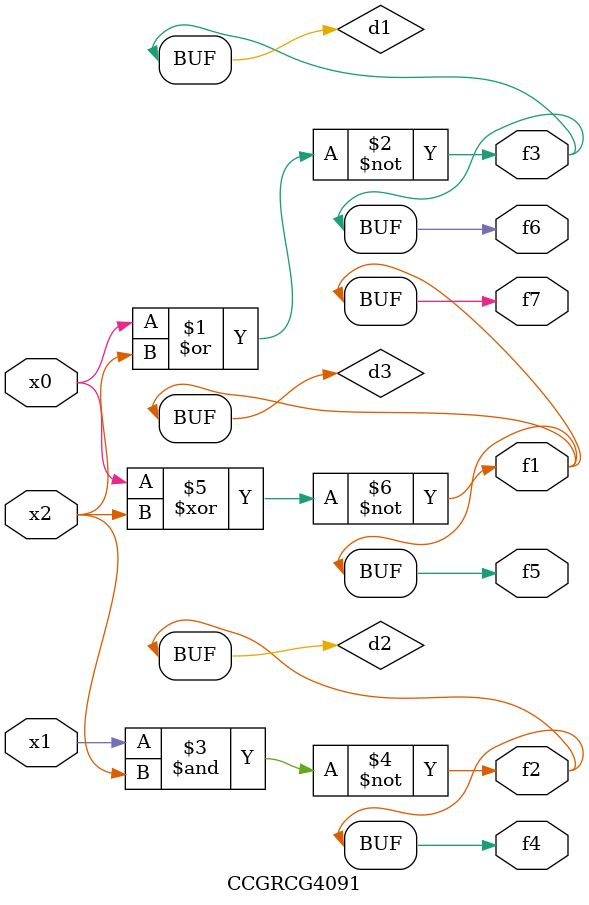
<source format=v>
module CCGRCG4091(
	input x0, x1, x2,
	output f1, f2, f3, f4, f5, f6, f7
);

	wire d1, d2, d3;

	nor (d1, x0, x2);
	nand (d2, x1, x2);
	xnor (d3, x0, x2);
	assign f1 = d3;
	assign f2 = d2;
	assign f3 = d1;
	assign f4 = d2;
	assign f5 = d3;
	assign f6 = d1;
	assign f7 = d3;
endmodule

</source>
